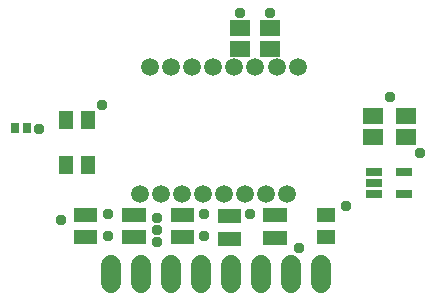
<source format=gbr>
G04 EAGLE Gerber RS-274X export*
G75*
%MOMM*%
%FSLAX34Y34*%
%LPD*%
%INSoldermask Top*%
%IPPOS*%
%AMOC8*
5,1,8,0,0,1.08239X$1,22.5*%
G01*
G04 Define Apertures*
%ADD10R,1.668500X1.367800*%
%ADD11R,0.653200X1.203200*%
%ADD12R,1.453200X0.803200*%
%ADD13C,1.727200*%
%ADD14R,1.623400X1.234400*%
%ADD15R,1.234400X1.623400*%
%ADD16R,0.738300X0.847200*%
%ADD17C,1.503200*%
%ADD18C,0.959600*%
D10*
X293300Y235096D03*
X293300Y252604D03*
X265300Y235096D03*
X265300Y252604D03*
X152700Y309946D03*
X152700Y327454D03*
X177800Y309946D03*
X177800Y327454D03*
D11*
X97300Y150201D03*
X103800Y150201D03*
X110300Y150201D03*
X110300Y169201D03*
X103800Y169201D03*
X97300Y169201D03*
D12*
X266400Y205400D03*
X266400Y195900D03*
X266400Y186400D03*
X291400Y186400D03*
X291400Y205400D03*
D11*
X56400Y150201D03*
X62900Y150201D03*
X69400Y150201D03*
X69400Y169201D03*
X62900Y169201D03*
X56400Y169201D03*
X175800Y149901D03*
X182300Y149901D03*
X188800Y149901D03*
X188800Y168901D03*
X182300Y168901D03*
X175800Y168901D03*
X15600Y150401D03*
X22100Y150401D03*
X28600Y150401D03*
X28600Y169401D03*
X22100Y169401D03*
X15600Y169401D03*
X137302Y149101D03*
X143802Y149101D03*
X150302Y149101D03*
X150302Y168101D03*
X143802Y168101D03*
X137302Y168101D03*
D13*
X221700Y126982D02*
X221700Y111742D01*
X196300Y111742D02*
X196300Y126982D01*
X170900Y126982D02*
X170900Y111742D01*
X145500Y111742D02*
X145500Y126982D01*
X120100Y126982D02*
X120100Y111742D01*
X94700Y111742D02*
X94700Y126982D01*
X69300Y126982D02*
X69300Y111742D01*
X43900Y111742D02*
X43900Y126982D01*
D14*
X225300Y150805D03*
X225300Y169195D03*
D15*
X5805Y249700D03*
X24195Y249700D03*
X24195Y211600D03*
X5805Y211600D03*
D16*
X-37975Y242600D03*
X-27825Y242600D03*
D17*
X201450Y294000D03*
X183650Y294000D03*
X165850Y294000D03*
X148050Y294000D03*
X130250Y294000D03*
X112450Y294000D03*
X94650Y294000D03*
X76850Y294000D03*
X67950Y187000D03*
X85750Y187000D03*
X103550Y187000D03*
X121350Y187000D03*
X139150Y187000D03*
X156950Y187000D03*
X174750Y187000D03*
X192550Y187000D03*
D18*
X82250Y166500D03*
X41100Y169900D03*
X122500Y169900D03*
X160900Y169900D03*
X35600Y262200D03*
X305100Y221500D03*
X82250Y146224D03*
X41100Y151200D03*
X122500Y151200D03*
X202300Y141400D03*
X1500Y165000D03*
X242600Y177000D03*
X152400Y339900D03*
X178200Y340100D03*
X279700Y269300D03*
X82250Y156362D03*
X-17500Y242200D03*
M02*

</source>
